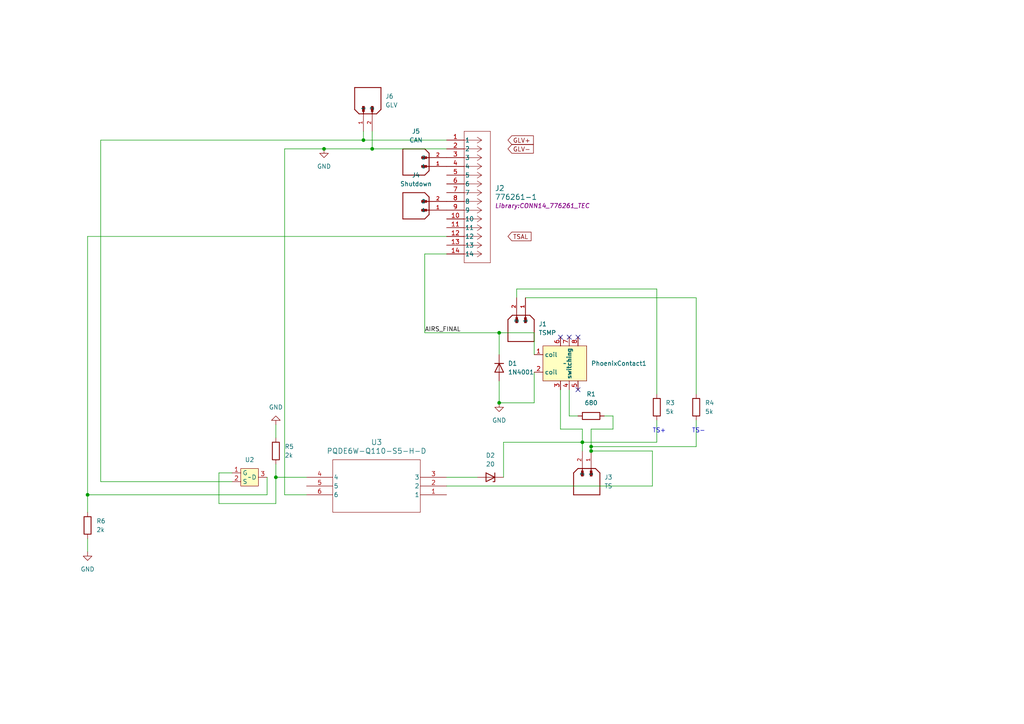
<source format=kicad_sch>
(kicad_sch (version 20230121) (generator eeschema)
  (paper "A4")
  (lib_symbols
    (symbol "1FS_2_Global_Symbol_Library:776261-1" (pin_names (offset 0.254))
      (property "Reference" "J" (at 8.89 6.35 0))
      (property "Value" "776261-1" (at 0 0 0))
      (property "Footprint" "1FS_2_Global_Footprint_Library:CONN14_776261_TEC" (at 0 0 0))
      (symbol "776261-1_1_1"
        (polyline (pts (xy 5.08 -35.56) (xy 12.7 -35.56)) (stroke (width 0.127)))
        (polyline (pts (xy 5.08 2.54) (xy 5.08 -35.56)) (stroke (width 0.127)))
        (polyline (pts (xy 10.16 -33.02) (xy 5.08 -33.02)) (stroke (width 0.127)))
        (polyline (pts (xy 10.16 -33.02) (xy 8.89 -33.8667)) (stroke (width 0.127)))
        (polyline (pts (xy 10.16 -33.02) (xy 8.89 -32.1733)) (stroke (width 0.127)))
        (polyline (pts (xy 10.16 -30.48) (xy 5.08 -30.48)) (stroke (width 0.127)))
        (polyline (pts (xy 10.16 -30.48) (xy 8.89 -31.3267)) (stroke (width 0.127)))
        (polyline (pts (xy 10.16 -30.48) (xy 8.89 -29.6333)) (stroke (width 0.127)))
        (polyline (pts (xy 10.16 -27.94) (xy 5.08 -27.94)) (stroke (width 0.127)))
        (polyline (pts (xy 10.16 -27.94) (xy 8.89 -28.7867)) (stroke (width 0.127)))
        (polyline (pts (xy 10.16 -27.94) (xy 8.89 -27.0933)) (stroke (width 0.127)))
        (polyline (pts (xy 10.16 -25.4) (xy 5.08 -25.4)) (stroke (width 0.127)))
        (polyline (pts (xy 10.16 -25.4) (xy 8.89 -26.2467)) (stroke (width 0.127)))
        (polyline (pts (xy 10.16 -25.4) (xy 8.89 -24.5533)) (stroke (width 0.127)))
        (polyline (pts (xy 10.16 -22.86) (xy 5.08 -22.86)) (stroke (width 0.127)))
        (polyline (pts (xy 10.16 -22.86) (xy 8.89 -23.7067)) (stroke (width 0.127)))
        (polyline (pts (xy 10.16 -22.86) (xy 8.89 -22.0133)) (stroke (width 0.127)))
        (polyline (pts (xy 10.16 -20.32) (xy 5.08 -20.32)) (stroke (width 0.127)))
        (polyline (pts (xy 10.16 -20.32) (xy 8.89 -21.1667)) (stroke (width 0.127)))
        (polyline (pts (xy 10.16 -20.32) (xy 8.89 -19.4733)) (stroke (width 0.127)))
        (polyline (pts (xy 10.16 -17.78) (xy 5.08 -17.78)) (stroke (width 0.127)))
        (polyline (pts (xy 10.16 -17.78) (xy 8.89 -18.6267)) (stroke (width 0.127)))
        (polyline (pts (xy 10.16 -17.78) (xy 8.89 -16.9333)) (stroke (width 0.127)))
        (polyline (pts (xy 10.16 -15.24) (xy 5.08 -15.24)) (stroke (width 0.127)))
        (polyline (pts (xy 10.16 -15.24) (xy 8.89 -16.0867)) (stroke (width 0.127)))
        (polyline (pts (xy 10.16 -15.24) (xy 8.89 -14.3933)) (stroke (width 0.127)))
        (polyline (pts (xy 10.16 -12.7) (xy 5.08 -12.7)) (stroke (width 0.127)))
        (polyline (pts (xy 10.16 -12.7) (xy 8.89 -13.5467)) (stroke (width 0.127)))
        (polyline (pts (xy 10.16 -12.7) (xy 8.89 -11.8533)) (stroke (width 0.127)))
        (polyline (pts (xy 10.16 -10.16) (xy 5.08 -10.16)) (stroke (width 0.127)))
        (polyline (pts (xy 10.16 -10.16) (xy 8.89 -11.0067)) (stroke (width 0.127)))
        (polyline (pts (xy 10.16 -10.16) (xy 8.89 -9.3133)) (stroke (width 0.127)))
        (polyline (pts (xy 10.16 -7.62) (xy 5.08 -7.62)) (stroke (width 0.127)))
        (polyline (pts (xy 10.16 -7.62) (xy 8.89 -8.4667)) (stroke (width 0.127)))
        (polyline (pts (xy 10.16 -7.62) (xy 8.89 -6.7733)) (stroke (width 0.127)))
        (polyline (pts (xy 10.16 -5.08) (xy 5.08 -5.08)) (stroke (width 0.127)))
        (polyline (pts (xy 10.16 -5.08) (xy 8.89 -5.9267)) (stroke (width 0.127)))
        (polyline (pts (xy 10.16 -5.08) (xy 8.89 -4.2333)) (stroke (width 0.127)))
        (polyline (pts (xy 10.16 -2.54) (xy 5.08 -2.54)) (stroke (width 0.127)))
        (polyline (pts (xy 10.16 -2.54) (xy 8.89 -3.3867)) (stroke (width 0.127)))
        (polyline (pts (xy 10.16 -2.54) (xy 8.89 -1.6933)) (stroke (width 0.127)))
        (polyline (pts (xy 10.16 0) (xy 5.08 0)) (stroke (width 0.127)))
        (polyline (pts (xy 10.16 0) (xy 8.89 -0.8467)) (stroke (width 0.127)))
        (polyline (pts (xy 10.16 0) (xy 8.89 0.8467)) (stroke (width 0.127)))
        (polyline (pts (xy 12.7 -35.56) (xy 12.7 2.54)) (stroke (width 0.127)))
        (polyline (pts (xy 12.7 2.54) (xy 5.08 2.54)) (stroke (width 0.127)))
        (pin unspecified line (at 0 0 0) (length 5.08) (name "1") (number "1"))
        (pin unspecified line (at 0 -22.86 0) (length 5.08) (name "10") (number "10"))
        (pin unspecified line (at 0 -25.4 0) (length 5.08) (name "11") (number "11"))
        (pin unspecified line (at 0 -27.94 0) (length 5.08) (name "12") (number "12"))
        (pin unspecified line (at 0 -30.48 0) (length 5.08) (name "13") (number "13"))
        (pin unspecified line (at 0 -33.02 0) (length 5.08) (name "14") (number "14"))
        (pin unspecified line (at 0 -2.54 0) (length 5.08) (name "2") (number "2"))
        (pin unspecified line (at 0 -5.08 0) (length 5.08) (name "3") (number "3"))
        (pin unspecified line (at 0 -7.62 0) (length 5.08) (name "4") (number "4"))
        (pin unspecified line (at 0 -10.16 0) (length 5.08) (name "5") (number "5"))
        (pin unspecified line (at 0 -12.7 0) (length 5.08) (name "6") (number "6"))
        (pin unspecified line (at 0 -15.24 0) (length 5.08) (name "7") (number "7"))
        (pin unspecified line (at 0 -17.78 0) (length 5.08) (name "8") (number "8"))
        (pin unspecified line (at 0 -20.32 0) (length 5.08) (name "9") (number "9"))
      )
      (symbol "776261-1_1_2"
        (polyline (pts (xy 5.08 -35.56) (xy 12.7 -35.56)) (stroke (width 0.127)))
        (polyline (pts (xy 5.08 2.54) (xy 5.08 -35.56)) (stroke (width 0.127)))
        (polyline (pts (xy 7.62 -33.02) (xy 5.08 -33.02)) (stroke (width 0.127)))
        (polyline (pts (xy 7.62 -33.02) (xy 8.89 -33.8667)) (stroke (width 0.127)))
        (polyline (pts (xy 7.62 -33.02) (xy 8.89 -32.1733)) (stroke (width 0.127)))
        (polyline (pts (xy 7.62 -30.48) (xy 5.08 -30.48)) (stroke (width 0.127)))
        (polyline (pts (xy 7.62 -30.48) (xy 8.89 -31.3267)) (stroke (width 0.127)))
        (polyline (pts (xy 7.62 -30.48) (xy 8.89 -29.6333)) (stroke (width 0.127)))
        (polyline (pts (xy 7.62 -27.94) (xy 5.08 -27.94)) (stroke (width 0.127)))
        (polyline (pts (xy 7.62 -27.94) (xy 8.89 -28.7867)) (stroke (width 0.127)))
        (polyline (pts (xy 7.62 -27.94) (xy 8.89 -27.0933)) (stroke (width 0.127)))
        (polyline (pts (xy 7.62 -25.4) (xy 5.08 -25.4)) (stroke (width 0.127)))
        (polyline (pts (xy 7.62 -25.4) (xy 8.89 -26.2467)) (stroke (width 0.127)))
        (polyline (pts (xy 7.62 -25.4) (xy 8.89 -24.5533)) (stroke (width 0.127)))
        (polyline (pts (xy 7.62 -22.86) (xy 5.08 -22.86)) (stroke (width 0.127)))
        (polyline (pts (xy 7.62 -22.86) (xy 8.89 -23.7067)) (stroke (width 0.127)))
        (polyline (pts (xy 7.62 -22.86) (xy 8.89 -22.0133)) (stroke (width 0.127)))
        (polyline (pts (xy 7.62 -20.32) (xy 5.08 -20.32)) (stroke (width 0.127)))
        (polyline (pts (xy 7.62 -20.32) (xy 8.89 -21.1667)) (stroke (width 0.127)))
        (polyline (pts (xy 7.62 -20.32) (xy 8.89 -19.4733)) (stroke (width 0.127)))
        (polyline (pts (xy 7.62 -17.78) (xy 5.08 -17.78)) (stroke (width 0.127)))
        (polyline (pts (xy 7.62 -17.78) (xy 8.89 -18.6267)) (stroke (width 0.127)))
        (polyline (pts (xy 7.62 -17.78) (xy 8.89 -16.9333)) (stroke (width 0.127)))
        (polyline (pts (xy 7.62 -15.24) (xy 5.08 -15.24)) (stroke (width 0.127)))
        (polyline (pts (xy 7.62 -15.24) (xy 8.89 -16.0867)) (stroke (width 0.127)))
        (polyline (pts (xy 7.62 -15.24) (xy 8.89 -14.3933)) (stroke (width 0.127)))
        (polyline (pts (xy 7.62 -12.7) (xy 5.08 -12.7)) (stroke (width 0.127)))
        (polyline (pts (xy 7.62 -12.7) (xy 8.89 -13.5467)) (stroke (width 0.127)))
        (polyline (pts (xy 7.62 -12.7) (xy 8.89 -11.8533)) (stroke (width 0.127)))
        (polyline (pts (xy 7.62 -10.16) (xy 5.08 -10.16)) (stroke (width 0.127)))
        (polyline (pts (xy 7.62 -10.16) (xy 8.89 -11.0067)) (stroke (width 0.127)))
        (polyline (pts (xy 7.62 -10.16) (xy 8.89 -9.3133)) (stroke (width 0.127)))
        (polyline (pts (xy 7.62 -7.62) (xy 5.08 -7.62)) (stroke (width 0.127)))
        (polyline (pts (xy 7.62 -7.62) (xy 8.89 -8.4667)) (stroke (width 0.127)))
        (polyline (pts (xy 7.62 -7.62) (xy 8.89 -6.7733)) (stroke (width 0.127)))
        (polyline (pts (xy 7.62 -5.08) (xy 5.08 -5.08)) (stroke (width 0.127)))
        (polyline (pts (xy 7.62 -5.08) (xy 8.89 -5.9267)) (stroke (width 0.127)))
        (polyline (pts (xy 7.62 -5.08) (xy 8.89 -4.2333)) (stroke (width 0.127)))
        (polyline (pts (xy 7.62 -2.54) (xy 5.08 -2.54)) (stroke (width 0.127)))
        (polyline (pts (xy 7.62 -2.54) (xy 8.89 -3.3867)) (stroke (width 0.127)))
        (polyline (pts (xy 7.62 -2.54) (xy 8.89 -1.6933)) (stroke (width 0.127)))
        (polyline (pts (xy 7.62 0) (xy 5.08 0)) (stroke (width 0.127)))
        (polyline (pts (xy 7.62 0) (xy 8.89 -0.8467)) (stroke (width 0.127)))
        (polyline (pts (xy 7.62 0) (xy 8.89 0.8467)) (stroke (width 0.127)))
        (polyline (pts (xy 12.7 -35.56) (xy 12.7 2.54)) (stroke (width 0.127)))
        (polyline (pts (xy 12.7 2.54) (xy 5.08 2.54)) (stroke (width 0.127)))
        (pin unspecified line (at 0 0 0) (length 5.08) (name "1") (number "1"))
        (pin unspecified line (at 0 -22.86 0) (length 5.08) (name "10") (number "10"))
        (pin unspecified line (at 0 -25.4 0) (length 5.08) (name "11") (number "11"))
        (pin unspecified line (at 0 -27.94 0) (length 5.08) (name "12") (number "12"))
        (pin unspecified line (at 0 -30.48 0) (length 5.08) (name "13") (number "13"))
        (pin unspecified line (at 0 -33.02 0) (length 5.08) (name "14") (number "14"))
        (pin unspecified line (at 0 -2.54 0) (length 5.08) (name "2") (number "2"))
        (pin unspecified line (at 0 -5.08 0) (length 5.08) (name "3") (number "3"))
        (pin unspecified line (at 0 -7.62 0) (length 5.08) (name "4") (number "4"))
        (pin unspecified line (at 0 -10.16 0) (length 5.08) (name "5") (number "5"))
        (pin unspecified line (at 0 -12.7 0) (length 5.08) (name "6") (number "6"))
        (pin unspecified line (at 0 -15.24 0) (length 5.08) (name "7") (number "7"))
        (pin unspecified line (at 0 -17.78 0) (length 5.08) (name "8") (number "8"))
        (pin unspecified line (at 0 -20.32 0) (length 5.08) (name "9") (number "9"))
      )
    )
    (symbol "1FS_2_Global_Symbol_Library:PQDE6W-Q110-S5-H-D" (pin_names (offset 0.254))
      (property "Reference" "U" (at 20.32 10.16 0))
      (property "Value" "PQDE6W-Q110-S5-H-D" (at 20.32 7.62 0))
      (symbol "PQDE6W-Q110-S5-H-D_0_1"
        (polyline (pts (xy 7.62 -10.16) (xy 33.02 -10.16)) (stroke (width 0.127)))
        (polyline (pts (xy 7.62 5.08) (xy 7.62 -10.16)) (stroke (width 0.127)))
        (polyline (pts (xy 33.02 -10.16) (xy 33.02 5.08)) (stroke (width 0.127)))
        (polyline (pts (xy 33.02 5.08) (xy 7.62 5.08)) (stroke (width 0.127)))
        (pin unspecified line (at 0 0 0) (length 7.62) (name "1") (number "1"))
        (pin unspecified line (at 0 -2.54 0) (length 7.62) (name "2") (number "2"))
        (pin unspecified line (at 0 -5.08 0) (length 7.62) (name "3") (number "3"))
        (pin unspecified line (at 40.64 -5.08 180) (length 7.62) (name "4") (number "4"))
        (pin unspecified line (at 40.64 -2.54 180) (length 7.62) (name "5") (number "5"))
        (pin unspecified line (at 40.64 0 180) (length 7.62) (name "6") (number "6"))
      )
    )
    (symbol "Device:D_Zener" (pin_numbers hide) (pin_names (offset 1.016) hide)
      (property "Reference" "D" (at 0 2.54 0))
      (property "Value" "D_Zener" (at 0 -2.54 0))
      (symbol "D_Zener_0_1"
        (polyline (pts (xy 1.27 0) (xy -1.27 0)))
        (polyline (pts (xy -1.27 -1.27) (xy -1.27 1.27) (xy -0.762 1.27)) (stroke (width 0.254)))
        (polyline (pts (xy 1.27 -1.27) (xy 1.27 1.27) (xy -1.27 0) (xy 1.27 -1.27)) (stroke (width 0.254)))
      )
      (symbol "D_Zener_1_1"
        (pin passive line (at -3.81 0 0) (length 2.54) (name "K") (number "1"))
        (pin passive line (at 3.81 0 180) (length 2.54) (name "A") (number "2"))
      )
    )
    (symbol "Device:R" (pin_numbers hide) (pin_names (offset 0))
      (property "Reference" "R" (at 2.032 0 90))
      (property "Value" "R" (at 0 0 90))
      (symbol "R_0_1"
        (rectangle (start -1.016 -2.54) (end 1.016 2.54) (stroke (width 0.254)))
      )
      (symbol "R_1_1"
        (pin passive line (at 0 3.81 270) (length 1.27) (name "~") (number "1"))
        (pin passive line (at 0 -3.81 90) (length 1.27) (name "~") (number "2"))
      )
    )
    (symbol "Diode:1N4001" (pin_numbers hide) (pin_names hide)
      (property "Reference" "D" (at 0 2.54 0))
      (property "Value" "1N4001" (at 0 -2.54 0))
      (symbol "1N4001_0_1"
        (polyline (pts (xy -1.27 1.27) (xy -1.27 -1.27)) (stroke (width 0.254)))
        (polyline (pts (xy 1.27 0) (xy -1.27 0)))
        (polyline (pts (xy 1.27 1.27) (xy 1.27 -1.27) (xy -1.27 0) (xy 1.27 1.27)) (stroke (width 0.254)))
      )
      (symbol "1N4001_1_1"
        (pin passive line (at -3.81 0 0) (length 2.54) (name "K") (number "1"))
        (pin passive line (at 3.81 0 180) (length 2.54) (name "A") (number "2"))
      )
    )
    (symbol "Discharge:2961309"
      (property "Reference" "PhoenixContact1" (at 7.62 0 0))
      (property "Value" "~" (at 0 0 0))
      (symbol "2961309_1_1"
        (rectangle (start -6.35 5.08) (end 6.35 -5.08) (fill (type background)))
        (pin passive line (at -8.89 2.54 0) (length 2.54) (name "coil") (number "1"))
        (pin passive line (at -8.89 -2.54 0) (length 2.54) (name "coil") (number "2"))
        (pin passive line (at -1.27 -7.62 90) (length 2.54) (name "") (number "3"))
        (pin passive line (at 1.27 -7.62 90) (length 2.54) (name "switching") (number "4"))
        (pin passive line (at 3.81 -7.62 90) (length 2.54) (name "") (number "5"))
        (pin passive line (at -1.27 7.62 270) (length 2.54) (name "") (number "6"))
        (pin passive line (at 1.27 7.62 270) (length 2.54) (name "switching") (number "7"))
        (pin passive line (at 3.81 7.62 270) (length 2.54) (name "") (number "8"))
      )
    )
    (symbol "New_Library:pmos"
      (property "Reference" "U2" (at 0 5.08 0))
      (property "Value" "~" (at 0 0 0))
      (symbol "pmos_1_1"
        (rectangle (start -2.54 2.54) (end 2.54 -2.54) (fill (type background)))
        (pin unspecified line (at -5.08 1.27 0) (length 2.54) (name "G") (number "1"))
        (pin unspecified line (at -5.08 -1.27 0) (length 2.54) (name "S") (number "2"))
        (pin unspecified line (at 5.08 0 180) (length 2.54) (name "D") (number "3"))
      )
    )
    (symbol "molex_1053091202:1053091202" (pin_names (offset 1.016))
      (property "Reference" "J" (at 0 3.81 0))
      (property "Value" "1053091202" (at 0 -7.62 0))
      (symbol "1053091202_0_0"
        (polyline (pts (xy 0 -3.81) (xy 1.27 -5.08)) (stroke (width 0.254)))
        (polyline (pts (xy 0 -2.54) (xy 1.905 -2.54)) (stroke (width 0.254)))
        (polyline (pts (xy 0 0) (xy 0 -3.81)) (stroke (width 0.254)))
        (polyline (pts (xy 0 0) (xy 1.905 0)) (stroke (width 0.254)))
        (polyline (pts (xy 0 1.27) (xy 0 0)) (stroke (width 0.254)))
        (polyline (pts (xy 0 1.27) (xy 1.27 2.54)) (stroke (width 0.254)))
        (polyline (pts (xy 1.27 -5.08) (xy 7.62 -5.08)) (stroke (width 0.254)))
        (polyline (pts (xy 7.62 -5.08) (xy 7.62 2.54)) (stroke (width 0.254)))
        (polyline (pts (xy 7.62 2.54) (xy 1.27 2.54)) (stroke (width 0.254)))
        (rectangle (start 0.635 -2.8575) (end 2.2225 -2.2225) (stroke (width 0.1)) (fill (type outline)))
        (rectangle (start 0.635 -0.3175) (end 2.2225 0.3175) (stroke (width 0.1)) (fill (type outline)))
        (pin passive line (at -5.08 0 0) (length 5.08) (name "1") (number "1"))
        (pin passive line (at -5.08 -2.54 0) (length 5.08) (name "2") (number "2"))
      )
    )
    (symbol "power:GND" (power) (pin_names (offset 0))
      (property "Value" "GND" (at 0 -3.81 0))
      (symbol "GND_0_1"
        (polyline (pts (xy 0 0) (xy 0 -1.27) (xy 1.27 -1.27) (xy 0 -2.54) (xy -1.27 -1.27) (xy 0 -1.27)))
      )
      (symbol "GND_1_1"
        (pin power_in line (at 0 0 270) (length 0) hide (name "GND") (number "1"))
      )
    )
  )
  (junction (at 105.41 40.64))
  (junction (at 107.95 43.18))
  (junction (at 168.91 128.27))
  (junction (at 144.78 116.84))
  (junction (at 80.01 138.43))
  (junction (at 25.4 143.51))
  (junction (at 171.45 130.81))
  (junction (at 93.98 43.18))
  (junction (at 144.78 96.52))
  (junction (at 171.45 129.54))
  (no_connect (at 167.64 97.79))
  (no_connect (at 165.1 97.79))
  (no_connect (at 167.64 113.03))
  (no_connect (at 162.56 97.79))
  (wire (pts (xy 25.4 143.51) (xy 25.4 148.59)))
  (wire (pts (xy 80.01 138.43) (xy 88.9 138.43)))
  (wire (pts (xy 80.01 138.43) (xy 80.01 146.05)))
  (wire (pts (xy 168.91 128.27) (xy 168.91 130.81)))
  (wire (pts (xy 25.4 143.51) (xy 77.47 143.51)))
  (wire (pts (xy 171.45 129.54) (xy 171.45 130.81)))
  (wire (pts (xy 105.41 40.64) (xy 129.54 40.64)))
  (wire (pts (xy 29.21 40.64) (xy 105.41 40.64)))
  (wire (pts (xy 107.95 38.1) (xy 107.95 43.18)))
  (wire (pts (xy 129.54 138.43) (xy 138.43 138.43)))
  (wire (pts (xy 190.5 83.82) (xy 190.5 114.3)))
  (wire (pts (xy 123.19 73.66) (xy 123.19 96.52)))
  (wire (pts (xy 189.23 140.97) (xy 129.54 140.97)))
  (wire (pts (xy 144.78 116.84) (xy 144.78 110.49)))
  (wire (pts (xy 25.4 156.21) (xy 25.4 160.02)))
  (wire (pts (xy 144.78 96.52) (xy 144.78 102.87)))
  (wire (pts (xy 171.45 129.54) (xy 201.93 129.54)))
  (wire (pts (xy 152.4 86.36) (xy 201.93 86.36)))
  (wire (pts (xy 149.86 86.36) (xy 149.86 83.82)))
  (wire (pts (xy 162.56 124.46) (xy 168.91 124.46)))
  (wire (pts (xy 63.5 137.16) (xy 67.31 137.16)))
  (wire (pts (xy 154.94 107.95) (xy 154.94 116.84)))
  (wire (pts (xy 167.64 120.65) (xy 165.1 120.65)))
  (wire (pts (xy 201.93 121.92) (xy 201.93 129.54)))
  (wire (pts (xy 177.8 124.46) (xy 171.45 124.46)))
  (wire (pts (xy 93.98 43.18) (xy 107.95 43.18)))
  (wire (pts (xy 162.56 113.03) (xy 162.56 124.46)))
  (wire (pts (xy 165.1 120.65) (xy 165.1 113.03)))
  (wire (pts (xy 177.8 124.46) (xy 177.8 120.65)))
  (wire (pts (xy 82.55 43.18) (xy 93.98 43.18)))
  (wire (pts (xy 25.4 143.51) (xy 25.4 68.58)))
  (wire (pts (xy 77.47 143.51) (xy 77.47 138.43)))
  (wire (pts (xy 144.78 96.52) (xy 154.94 96.52)))
  (wire (pts (xy 171.45 124.46) (xy 171.45 129.54)))
  (wire (pts (xy 29.21 40.64) (xy 29.21 139.7)))
  (wire (pts (xy 177.8 120.65) (xy 175.26 120.65)))
  (wire (pts (xy 105.41 38.1) (xy 105.41 40.64)))
  (wire (pts (xy 189.23 130.81) (xy 189.23 140.97)))
  (wire (pts (xy 80.01 134.62) (xy 80.01 138.43)))
  (wire (pts (xy 82.55 43.18) (xy 82.55 143.51)))
  (wire (pts (xy 190.5 128.27) (xy 168.91 128.27)))
  (wire (pts (xy 129.54 73.66) (xy 123.19 73.66)))
  (wire (pts (xy 154.94 96.52) (xy 154.94 102.87)))
  (wire (pts (xy 80.01 123.19) (xy 80.01 127)))
  (wire (pts (xy 154.94 116.84) (xy 144.78 116.84)))
  (wire (pts (xy 190.5 121.92) (xy 190.5 128.27)))
  (wire (pts (xy 146.05 128.27) (xy 168.91 128.27)))
  (wire (pts (xy 25.4 68.58) (xy 129.54 68.58)))
  (wire (pts (xy 146.05 128.27) (xy 146.05 138.43)))
  (wire (pts (xy 80.01 146.05) (xy 63.5 146.05)))
  (wire (pts (xy 123.19 96.52) (xy 144.78 96.52)))
  (wire (pts (xy 171.45 130.81) (xy 189.23 130.81)))
  (wire (pts (xy 67.31 139.7) (xy 29.21 139.7)))
  (wire (pts (xy 149.86 83.82) (xy 190.5 83.82)))
  (wire (pts (xy 168.91 124.46) (xy 168.91 128.27)))
  (wire (pts (xy 107.95 43.18) (xy 129.54 43.18)))
  (wire (pts (xy 63.5 146.05) (xy 63.5 137.16)))
  (wire (pts (xy 82.55 143.51) (xy 88.9 143.51)))
  (wire (pts (xy 201.93 86.36) (xy 201.93 114.3)))
  (text "TS-" (at 200.66 125.73 0) (effects (font (size 1.27 1.27)) (justify left bottom)))
  (text "TS+" (at 189.23 125.73 0) (effects (font (size 1.27 1.27)) (justify left bottom)))
  (label "AIRS_FINAL" (at 123.19 96.52 0))
  (global_label "GLV-" (shape input) (at 147.32 43.18 0) (property "Intersheetrefs" "${INTERSHEET_REFS}" (effects hide)))
  (global_label "TSAL" (shape input) (at 147.32 68.58 0) (property "Intersheetrefs" "${INTERSHEET_REFS}" (effects hide)))
  (global_label "GLV+" (shape input) (at 147.32 40.64 0) (property "Intersheetrefs" "${INTERSHEET_REFS}" (effects hide)))
  (symbol (lib_id "Device:R") (at 80.01 130.81 0) (unit 1)
    (property "Reference" "R5" (at 82.55 129.54 0) (effects (justify left)))
    (property "Value" "2k" (at 82.55 132.08 0) (effects (justify left)))
    (property "Footprint" "Resistor_SMD:R_0805_2012Metric_Pad1.20x1.40mm_HandSolder" (effects hide))
  )
  (symbol (lib_id "power:GND") (at 25.4 160.02 0) (unit 1)
    (property "Reference" "#PWR02" (effects hide))
    (property "Value" "GND" (at 25.4 165.1 0))
  )
  (symbol (lib_id "power:GND") (at 93.98 43.18 0) (unit 1)
    (property "Reference" "#PWR03" (effects hide))
    (property "Value" "GND" (at 93.98 48.26 0))
  )
  (symbol (lib_id "power:GND") (at 144.78 116.84 0) (unit 1)
    (property "Reference" "#PWR04" (effects hide))
    (property "Value" "GND" (at 144.78 121.92 0))
  )
  (symbol (lib_id "Discharge:2961309") (at 163.83 105.41 0) (unit 1)
    (property "Reference" "PhoenixContact1" (at 171.45 105.41 0) (effects (justify left)))
    (property "Value" "~" (at 163.83 105.41 0))
    (property "Footprint" "Library:relay" (effects hide))
  )
  (symbol (lib_id "New_Library:pmos") (at 72.39 138.43 0) (unit 1)
    (property "Reference" "U2" (at 72.39 133.35 0))
    (property "Value" "~" (at 72.39 138.43 0))
    (property "Footprint" "Library:G70P02K" (effects hide))
  )
  (symbol (lib_id "molex_1053091202:1053091202") (at 152.4 91.44 270) (unit 1)
    (property "Reference" "J1" (at 156.21 93.98 90) (effects (justify left)))
    (property "Value" "TSMP" (at 156.21 96.52 90) (effects (justify left)))
    (property "Footprint" "Library:MOLEX_1053091202" (effects hide))
    (property "PARTREV" "H" (effects hide))
    (property "STANDARD" "Manufacturer Recommendations" (effects hide))
    (property "MAXIMUM_PACKAGE_HEIGHT" "10.51 mm" (effects hide))
    (property "MANUFACTURER" "Molex" (effects hide))
  )
  (symbol (lib_id "Device:D_Zener") (at 142.24 138.43 180) (unit 1)
    (property "Reference" "D2" (at 142.24 132.08 0))
    (property "Value" "20" (at 142.24 134.62 0))
    (property "Footprint" "Diode_THT:D_DO-41_SOD81_P10.16mm_Horizontal" (effects hide))
  )
  (symbol (lib_id "Device:R") (at 171.45 120.65 90) (unit 1)
    (property "Reference" "R1" (at 171.45 114.3 90))
    (property "Value" "680" (at 171.45 116.84 90))
    (property "Footprint" "Library:resistor" (effects hide))
  )
  (symbol (lib_id "Device:R") (at 201.93 118.11 0) (unit 1)
    (property "Reference" "R4" (at 204.47 116.84 0) (effects (justify left)))
    (property "Value" "5k" (at 204.47 119.38 0) (effects (justify left)))
    (property "Footprint" "Library:resistor_ts" (effects hide))
  )
  (symbol (lib_id "1FS_2_Global_Symbol_Library:PQDE6W-Q110-S5-H-D") (at 129.54 143.51 180) (unit 1)
    (property "Reference" "U3" (at 109.22 128.27 0) (effects (font (size 1.524 1.524))))
    (property "Value" "PQDE6W-Q110-S5-H-D" (at 109.22 130.81 0) (effects (font (size 1.524 1.524))))
    (property "Footprint" "1FS_2_Global_Footprint_Library:PQDE6W-Q110-S5-H-D_CUI" (effects hide))
    (property "Datasheet" "PQDE6W-Q110-S5-H-D" (effects hide))
  )
  (symbol (lib_id "molex_1053091202:1053091202") (at 124.46 60.96 180) (unit 1)
    (property "Reference" "J4" (at 120.65 50.8 0))
    (property "Value" "Shutdown" (at 120.65 53.34 0))
    (property "Footprint" "Library:MOLEX_1053091202" (effects hide))
    (property "PARTREV" "H" (effects hide))
    (property "STANDARD" "Manufacturer Recommendations" (effects hide))
    (property "MAXIMUM_PACKAGE_HEIGHT" "10.51 mm" (effects hide))
    (property "MANUFACTURER" "Molex" (effects hide))
  )
  (symbol (lib_id "molex_1053091202:1053091202") (at 171.45 135.89 270) (unit 1)
    (property "Reference" "J3" (at 175.26 138.43 90) (effects (justify left)))
    (property "Value" "TS" (at 175.26 140.97 90) (effects (justify left)))
    (property "Footprint" "Library:MOLEX_1053091202" (effects hide))
    (property "PARTREV" "H" (effects hide))
    (property "STANDARD" "Manufacturer Recommendations" (effects hide))
    (property "MAXIMUM_PACKAGE_HEIGHT" "10.51 mm" (effects hide))
    (property "MANUFACTURER" "Molex" (effects hide))
  )
  (symbol (lib_id "Device:R") (at 25.4 152.4 0) (unit 1)
    (property "Reference" "R6" (at 27.94 151.13 0) (effects (justify left)))
    (property "Value" "2k" (at 27.94 153.67 0) (effects (justify left)))
    (property "Footprint" "Resistor_SMD:R_0805_2012Metric_Pad1.20x1.40mm_HandSolder" (effects hide))
  )
  (symbol (lib_id "Device:R") (at 190.5 118.11 0) (unit 1)
    (property "Reference" "R3" (at 193.04 116.84 0) (effects (justify left)))
    (property "Value" "5k" (at 193.04 119.38 0) (effects (justify left)))
    (property "Footprint" "Library:resistor_ts" (effects hide))
  )
  (symbol (lib_id "power:GND") (at 80.01 123.19 180) (unit 1)
    (property "Reference" "#PWR01" (effects hide))
    (property "Value" "GND" (at 80.01 118.11 0))
  )
  (symbol (lib_id "Diode:1N4001") (at 144.78 106.68 270) (unit 1)
    (property "Reference" "D1" (at 147.32 105.41 90) (effects (justify left)))
    (property "Value" "1N4001" (at 147.32 107.95 90) (effects (justify left)))
    (property "Footprint" "Library:D_DO-41_SOD81_P10.16mm_Horizontal" (effects hide))
    (property "Datasheet" "http://www.vishay.com/docs/88503/1n4001.pdf" (effects hide))
    (property "Sim.Device" "D" (effects hide))
    (property "Sim.Pins" "1=K 2=A" (effects hide))
  )
  (symbol (lib_id "molex_1053091202:1053091202") (at 105.41 33.02 90) (unit 1)
    (property "Reference" "J6" (at 111.76 27.94 90) (effects (justify right)))
    (property "Value" "GLV" (at 111.76 30.48 90) (effects (justify right)))
    (property "Footprint" "Library:MOLEX_1053091202" (effects hide))
    (property "PARTREV" "H" (effects hide))
    (property "STANDARD" "Manufacturer Recommendations" (effects hide))
    (property "MAXIMUM_PACKAGE_HEIGHT" "10.51 mm" (effects hide))
    (property "MANUFACTURER" "Molex" (effects hide))
  )
  (symbol (lib_id "molex_1053091202:1053091202") (at 124.46 48.26 180) (unit 1)
    (property "Reference" "J5" (at 120.65 38.1 0))
    (property "Value" "CAN" (at 120.65 40.64 0))
    (property "Footprint" "Library:MOLEX_1053091202" (effects hide))
    (property "PARTREV" "H" (effects hide))
    (property "STANDARD" "Manufacturer Recommendations" (effects hide))
    (property "MAXIMUM_PACKAGE_HEIGHT" "10.51 mm" (effects hide))
    (property "MANUFACTURER" "Molex" (effects hide))
  )
  (symbol (lib_id "1FS_2_Global_Symbol_Library:776261-1") (at 129.54 40.64 0) (unit 1)
    (property "Reference" "J2" (at 143.51 54.61 0) (effects (font (size 1.524 1.524)) (justify left)))
    (property "Value" "776261-1" (at 143.51 57.15 0) (effects (font (size 1.524 1.524)) (justify left)))
    (property "Footprint" "Library:CONN14_776261_TEC" (at 143.51 59.69 0) (effects (font italic) (justify left)))
    (property "Datasheet" "776261-1" (effects hide))
  )
)
</source>
